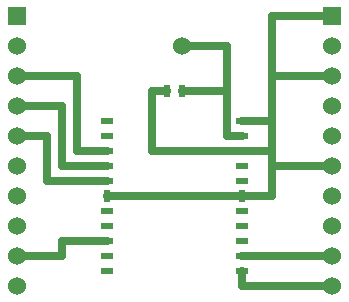
<source format=gbr>
%FSLAX23Y23*%
%MOIN*%
G04 EasyPC Gerber Version 17.0 Build 3379 *
%ADD22R,0.02200X0.04000*%
%ADD14R,0.06000X0.06000*%
%ADD18C,0.02500*%
%ADD15C,0.06000*%
%ADD23R,0.04000X0.02200*%
X0Y0D02*
D02*
D14*
X53Y1233D03*
X1103D03*
D02*
D15*
X53Y333D03*
Y433D03*
Y532D03*
Y632D03*
Y733D03*
Y833D03*
Y933D03*
Y1033D03*
Y1133D03*
X603D03*
X1103Y333D03*
Y433D03*
Y532D03*
Y632D03*
Y733D03*
Y833D03*
Y933D03*
Y1033D03*
Y1133D03*
D02*
D18*
X53Y433D02*
X203D01*
Y483*
X353*
X53Y433D02*
Y933*
X203D01*
Y733*
X353*
X53Y1033D02*
X253D01*
Y783*
X353*
Y632D02*
X803D01*
X353Y683D02*
X153D01*
Y833*
X53*
X553Y983D02*
X502D01*
Y783*
X803*
X603Y983D02*
X753D01*
X603Y1133D02*
X753D01*
Y983*
Y833*
X803*
Y383D02*
Y333D01*
X1103*
X803Y433D02*
X1103D01*
X803Y632D02*
X903D01*
X803Y783D02*
X903D01*
Y632D02*
Y783D01*
Y632D02*
Y733D01*
X1103*
X903Y783D02*
Y883D01*
X803*
X903Y1033D02*
Y883D01*
X1103Y1033D02*
X903D01*
X1103Y1233D02*
X903D01*
Y1033*
D02*
D22*
X353Y632D03*
X553Y983D03*
X603D03*
X803Y632D03*
D02*
D23*
X353Y383D03*
Y433D03*
Y483D03*
Y532D03*
Y583D03*
Y683D03*
Y733D03*
Y783D03*
Y833D03*
Y883D03*
X803Y383D03*
Y433D03*
Y483D03*
Y532D03*
Y583D03*
Y683D03*
Y733D03*
Y783D03*
Y833D03*
Y883D03*
X0Y0D02*
M02*

</source>
